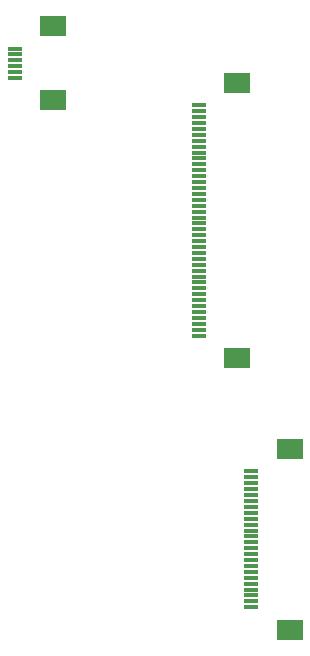
<source format=gbr>
%TF.GenerationSoftware,KiCad,Pcbnew,9.0.0-1.fc41*%
%TF.CreationDate,2025-03-28T10:43:55+08:00*%
%TF.ProjectId,st77xxlcd,73743737-7878-46c6-9364-2e6b69636164,V1.0.0*%
%TF.SameCoordinates,PX413b380PY77f8e40*%
%TF.FileFunction,Paste,Top*%
%TF.FilePolarity,Positive*%
%FSLAX46Y46*%
G04 Gerber Fmt 4.6, Leading zero omitted, Abs format (unit mm)*
G04 Created by KiCad (PCBNEW 9.0.0-1.fc41) date 2025-03-28 10:43:55*
%MOMM*%
%LPD*%
G01*
G04 APERTURE LIST*
%ADD10R,2.200000X1.800000*%
%ADD11R,1.300000X0.300000*%
G04 APERTURE END LIST*
D10*
%TO.C,J1*%
X60950000Y53750000D03*
X60950000Y30450000D03*
D11*
X57700000Y51850000D03*
X57700000Y51350000D03*
X57700000Y50850000D03*
X57700000Y50350000D03*
X57700000Y49850000D03*
X57700000Y49350000D03*
X57700000Y48850000D03*
X57700000Y48350000D03*
X57700000Y47850000D03*
X57700000Y47350000D03*
X57700000Y46850000D03*
X57700000Y46350000D03*
X57700000Y45850000D03*
X57700000Y45350000D03*
X57700000Y44850000D03*
X57700000Y44350000D03*
X57700000Y43850000D03*
X57700000Y43350000D03*
X57700000Y42850000D03*
X57700000Y42350000D03*
X57700000Y41850000D03*
X57700000Y41350000D03*
X57700000Y40850000D03*
X57700000Y40350000D03*
X57700000Y39850000D03*
X57700000Y39350000D03*
X57700000Y38850000D03*
X57700000Y38350000D03*
X57700000Y37850000D03*
X57700000Y37350000D03*
X57700000Y36850000D03*
X57700000Y36350000D03*
X57700000Y35850000D03*
X57700000Y35350000D03*
X57700000Y34850000D03*
X57700000Y34350000D03*
X57700000Y33850000D03*
X57700000Y33350000D03*
X57700000Y32850000D03*
X57700000Y32350000D03*
%TD*%
%TO.C,J3*%
X62125000Y9350000D03*
X62125000Y9850000D03*
X62125000Y10350000D03*
X62125000Y10850000D03*
X62125000Y11350000D03*
X62125000Y11850000D03*
X62125000Y12350000D03*
X62125000Y12850000D03*
X62125000Y13350000D03*
X62125000Y13850000D03*
X62125000Y14350000D03*
X62125000Y14850000D03*
X62125000Y15350000D03*
X62125000Y15850000D03*
X62125000Y16350000D03*
X62125000Y16850000D03*
X62125000Y17350000D03*
X62125000Y17850000D03*
X62125000Y18350000D03*
X62125000Y18850000D03*
X62125000Y19350000D03*
X62125000Y19850000D03*
X62125000Y20350000D03*
X62125000Y20850000D03*
D10*
X65375000Y7450000D03*
X65375000Y22750000D03*
%TD*%
D11*
%TO.C,J2*%
X42125000Y54160000D03*
X42125000Y54660000D03*
X42125000Y55160000D03*
X42125000Y55660000D03*
X42125000Y56160000D03*
X42125000Y56660000D03*
D10*
X45375000Y52260000D03*
X45375000Y58560000D03*
%TD*%
M02*

</source>
